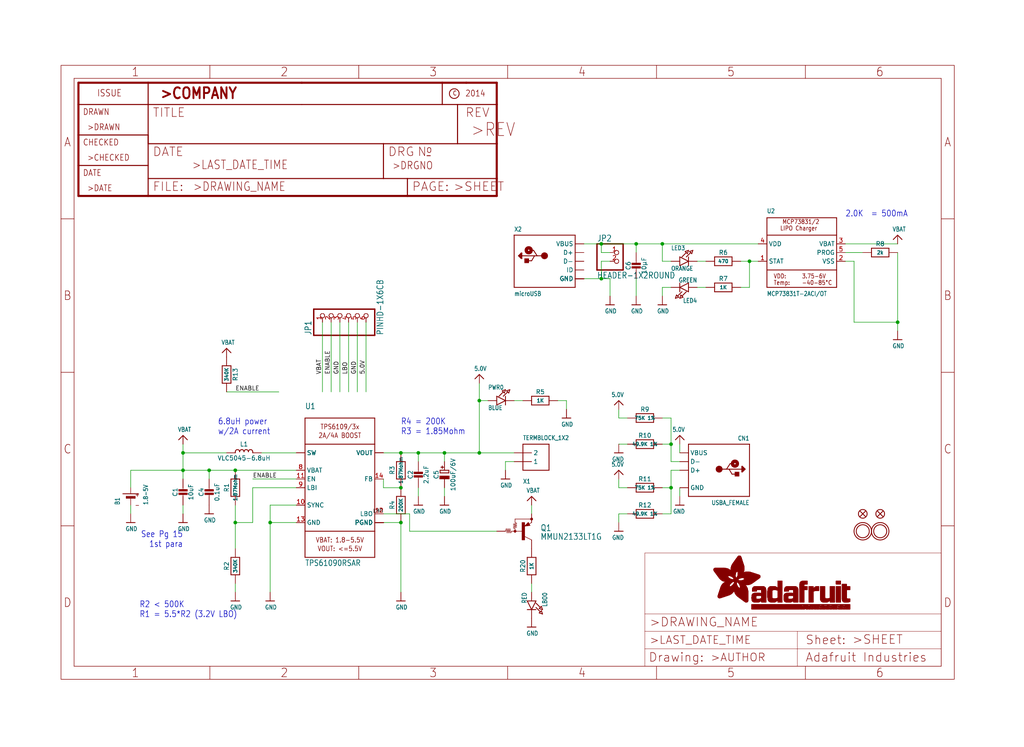
<source format=kicad_sch>
(kicad_sch (version 20211123) (generator eeschema)
  (paper "User" 298.45 217.881)
  (lib_symbols
    (symbol "eagleSchem-eagle-import:-PNP_DRIVER-SC59-BEC"
      (property "Reference" "T" (at -10.16 7.62 0))
      (property "Value" "-PNP_DRIVER-SC59-BEC" (at -10.16 5.08 0))
      (symbol "-PNP_DRIVER-SC59-BEC_1_0"
        (pin passive line (at -7.62 0 0) (length 2.54) (name "B") (number "B"))
        (pin passive line (at 2.54 -5.08 90) (length 2.54) (name "C") (number "C"))
        (pin passive line (at 2.54 5.08 270) (length 2.54) (name "E") (number "E"))
      )
    )
    (symbol "eagleSchem-eagle-import:5.0V" (power)
      (property "Value" "5.0V" (at -1.524 1.016 0))
      (symbol "5.0V_1_0"
        (pin power_in line (at 0 -2.54 90) (length 2.54) (name "5.0V") (number "1"))
      )
    )
    (symbol "eagleSchem-eagle-import:BATTERY"
      (property "Reference" "B" (at -2.54 3.175 0))
      (property "Value" "BATTERY" (at -2.54 -5.08 0))
      (symbol "BATTERY_1_0"
        (text "+" (at 1.27 -1.143 900) (effects (font (size 1.27 1.0795)) (justify right top)))
        (text "-" (at -1.778 -1.143 900) (effects (font (size 1.27 1.0795)) (justify right top)))
        (pin passive line (at -2.54 0 0) (length 0) (name "-") (number "1"))
        (pin passive line (at 2.54 0 180) (length 0) (name "+") (number "2"))
      )
    )
    (symbol "eagleSchem-eagle-import:CAP_CERAMIC0805-NOOUTLINE"
      (property "Reference" "C" (at -2.29 1.25 90))
      (property "Value" "CAP_CERAMIC0805-NOOUTLINE" (at 2.3 1.25 90))
      (symbol "CAP_CERAMIC0805-NOOUTLINE_1_0"
        (pin passive line (at 0 5.08 270) (length 2.54) (name "1") (number "1"))
        (pin passive line (at 0 -2.54 90) (length 2.54) (name "2") (number "2"))
      )
    )
    (symbol "eagleSchem-eagle-import:CAP_TANTALUMB{slash}3528_REFLOW"
      (property "Reference" "C" (at -2.39 1.25 90))
      (property "Value" "CAP_TANTALUMB{slash}3528_REFLOW" (at 2.5 1.25 90))
      (symbol "CAP_TANTALUMB{slash}3528_REFLOW_1_0"
        (pin passive line (at 0 5.08 270) (length 2.54) (name "+") (number "+"))
        (pin passive line (at 0 -2.54 90) (length 2.54) (name "-") (number "-"))
      )
    )
    (symbol "eagleSchem-eagle-import:FIDUCIAL{dblquote}{dblquote}")
    (symbol "eagleSchem-eagle-import:FRAME_A4"
      (symbol "FRAME_A4_1_0"
        (text "1" (at 21.6958 1.905 0) (effects (font (size 2.54 2.286))))
        (text "1" (at 21.6958 177.165 0) (effects (font (size 2.54 2.286))))
        (text "2" (at 65.0875 1.905 0) (effects (font (size 2.54 2.286))))
        (text "2" (at 65.0875 177.165 0) (effects (font (size 2.54 2.286))))
        (text "3" (at 108.4792 1.905 0) (effects (font (size 2.54 2.286))))
        (text "3" (at 108.4792 177.165 0) (effects (font (size 2.54 2.286))))
        (text "4" (at 151.8708 1.905 0) (effects (font (size 2.54 2.286))))
        (text "4" (at 151.8708 177.165 0) (effects (font (size 2.54 2.286))))
        (text "5" (at 195.2625 1.905 0) (effects (font (size 2.54 2.286))))
        (text "5" (at 195.2625 177.165 0) (effects (font (size 2.54 2.286))))
        (text "6" (at 238.6542 1.905 0) (effects (font (size 2.54 2.286))))
        (text "6" (at 238.6542 177.165 0) (effects (font (size 2.54 2.286))))
        (text "A" (at 1.905 156.6863 0) (effects (font (size 2.54 2.286))))
        (text "A" (at 258.445 156.6863 0) (effects (font (size 2.54 2.286))))
        (text "B" (at 1.905 111.9188 0) (effects (font (size 2.54 2.286))))
        (text "B" (at 258.445 111.9188 0) (effects (font (size 2.54 2.286))))
        (text "C" (at 1.905 67.1513 0) (effects (font (size 2.54 2.286))))
        (text "C" (at 258.445 67.1513 0) (effects (font (size 2.54 2.286))))
        (text "D" (at 1.905 22.3838 0) (effects (font (size 2.54 2.286))))
        (text "D" (at 258.445 22.3838 0) (effects (font (size 2.54 2.286))))
      )
      (symbol "FRAME_A4_2_0"
        (text "2014" (at 112.7125 30.1625 0) (effects (font (size 1.778 1.5113)) (justify left bottom)))
        (text ">CHECKED" (at 2.54 11.43 0) (effects (font (size 1.778 1.5113)) (justify left bottom)))
        (text ">COMPANY" (at 23.6538 29.3687 0) (effects (font (size 3.175 2.6987) (thickness 0.5397) bold) (justify left bottom)))
        (text ">DATE" (at 2.54 2.54 0) (effects (font (size 1.778 1.5113)) (justify left bottom)))
        (text ">DRAWING_NAME" (at 33.3375 2.54 0) (effects (font (size 2.54 2.159)) (justify left bottom)))
        (text ">DRAWN" (at 2.54 20.32 0) (effects (font (size 1.778 1.5113)) (justify left bottom)))
        (text ">DRGNO" (at 91.44 8.89 0) (effects (font (size 2.1844 1.8567)) (justify left bottom)))
        (text ">LAST_DATE_TIME" (at 33.02 8.89 0) (effects (font (size 2.54 2.159)) (justify left bottom)))
        (text ">REV" (at 114.3 18.415 0) (effects (font (size 3.81 3.2385)) (justify left bottom)))
        (text ">SHEET" (at 109.22 2.54 0) (effects (font (size 2.54 2.54)) (justify left bottom)))
        (text "C" (at 109.0612 30.48 0) (effects (font (size 1.27 1.0795)) (justify left bottom)))
        (text "CHECKED" (at 1.27 15.875 0) (effects (font (size 1.778 1.5113)) (justify left bottom)))
        (text "DATE" (at 1.27 6.985 0) (effects (font (size 1.778 1.5113)) (justify left bottom)))
        (text "DATE" (at 21.59 12.7 0) (effects (font (size 2.54 2.54)) (justify left bottom)))
        (text "DRAWN" (at 1.27 24.765 0) (effects (font (size 1.778 1.5113)) (justify left bottom)))
        (text "DRG" (at 90.17 12.7 0) (effects (font (size 2.54 2.54)) (justify left bottom)))
        (text "FILE:" (at 21.59 2.54 0) (effects (font (size 2.54 2.54)) (justify left bottom)))
        (text "ISSUE" (at 5.3975 30.1625 0) (effects (font (size 1.9304 1.6408)) (justify left bottom)))
        (text "N" (at 98.7425 12.7 0) (effects (font (size 2.54 2.54)) (justify left bottom)))
        (text "o" (at 101.2825 13.6525 0) (effects (font (size 2.1844 1.8567)) (justify left bottom)))
        (text "PAGE:" (at 97.155 2.54 0) (effects (font (size 2.54 2.54)) (justify left bottom)))
        (text "REV" (at 112.7125 24.13 0) (effects (font (size 2.54 2.54)) (justify left bottom)))
        (text "TITLE" (at 21.59 24.13 0) (effects (font (size 2.54 2.54)) (justify left bottom)))
      )
    )
    (symbol "eagleSchem-eagle-import:FRAME_A4_ADAFRUIT"
      (symbol "FRAME_A4_ADAFRUIT_1_0"
        (text "1" (at 21.6958 1.905 0) (effects (font (size 2.54 2.286))))
        (text "1" (at 21.6958 177.165 0) (effects (font (size 2.54 2.286))))
        (text "2" (at 65.0875 1.905 0) (effects (font (size 2.54 2.286))))
        (text "2" (at 65.0875 177.165 0) (effects (font (size 2.54 2.286))))
        (text "3" (at 108.4792 1.905 0) (effects (font (size 2.54 2.286))))
        (text "3" (at 108.4792 177.165 0) (effects (font (size 2.54 2.286))))
        (text "4" (at 151.8708 1.905 0) (effects (font (size 2.54 2.286))))
        (text "4" (at 151.8708 177.165 0) (effects (font (size 2.54 2.286))))
        (text "5" (at 195.2625 1.905 0) (effects (font (size 2.54 2.286))))
        (text "5" (at 195.2625 177.165 0) (effects (font (size 2.54 2.286))))
        (text "6" (at 238.6542 1.905 0) (effects (font (size 2.54 2.286))))
        (text "6" (at 238.6542 177.165 0) (effects (font (size 2.54 2.286))))
        (text ">AUTHOR" (at 189.23 5.08 0) (effects (font (size 2.286 2.286)) (justify left bottom)))
        (text ">DRAWING_NAME" (at 171.45 15.24 0) (effects (font (size 2.54 2.54)) (justify left bottom)))
        (text ">LAST_DATE_TIME" (at 171.45 10.16 0) (effects (font (size 2.286 2.286)) (justify left bottom)))
        (text ">SHEET" (at 230.505 10.16 0) (effects (font (size 2.54 2.54)) (justify left bottom)))
        (text "A" (at 1.905 156.6863 0) (effects (font (size 2.54 2.286))))
        (text "A" (at 258.445 156.6863 0) (effects (font (size 2.54 2.286))))
        (text "Adafruit Industries" (at 216.916 4.953 0) (effects (font (size 2.54 2.54)) (justify left bottom)))
        (text "B" (at 1.905 111.9188 0) (effects (font (size 2.54 2.286))))
        (text "B" (at 258.445 111.9188 0) (effects (font (size 2.54 2.286))))
        (text "C" (at 1.905 67.1513 0) (effects (font (size 2.54 2.286))))
        (text "C" (at 258.445 67.1513 0) (effects (font (size 2.54 2.286))))
        (text "D" (at 1.905 22.3838 0) (effects (font (size 2.54 2.286))))
        (text "D" (at 258.445 22.3838 0) (effects (font (size 2.54 2.286))))
        (text "Drawing:" (at 171.196 4.953 0) (effects (font (size 2.54 2.54)) (justify left bottom)))
        (text "Sheet:" (at 216.916 10.033 0) (effects (font (size 2.54 2.54)) (justify left bottom)))
      )
    )
    (symbol "eagleSchem-eagle-import:GND" (power)
      (property "Value" "GND" (at -1.524 -2.54 0))
      (symbol "GND_1_0"
        (pin power_in line (at 0 2.54 270) (length 2.54) (name "GND") (number "1"))
      )
    )
    (symbol "eagleSchem-eagle-import:HEADER-1X2ROUND"
      (property "Reference" "JP" (at -6.35 5.715 0))
      (property "Value" "HEADER-1X2ROUND" (at -6.35 -5.08 0))
      (symbol "HEADER-1X2ROUND_1_0"
        (pin passive inverted (at -2.54 2.54 0) (length 2.54) (name "1") (number "1"))
        (pin passive inverted (at -2.54 0 0) (length 2.54) (name "2") (number "2"))
      )
    )
    (symbol "eagleSchem-eagle-import:INDUCTORTDK_VLC5045"
      (property "Reference" "L" (at 0 2.54 0))
      (property "Value" "INDUCTORTDK_VLC5045" (at 0 -1.54 0))
      (symbol "INDUCTORTDK_VLC5045_1_0"
        (pin passive line (at -5.08 0 0) (length 2.54) (name "1") (number "P$1"))
        (pin passive line (at 5.08 0 180) (length 2.54) (name "2") (number "P$2"))
      )
    )
    (symbol "eagleSchem-eagle-import:LED0805_NOOUTLINE"
      (property "Reference" "LED" (at -5.08 3.175 0))
      (property "Value" "LED0805_NOOUTLINE" (at -5.08 -2.794 0))
      (symbol "LED0805_NOOUTLINE_1_0"
        (pin passive line (at -5.08 0 0) (length 2.54) (name "A") (number "A"))
        (pin passive line (at 2.54 0 180) (length 2.54) (name "C") (number "C"))
      )
    )
    (symbol "eagleSchem-eagle-import:MCP73831{slash}2"
      (property "Reference" "U" (at -10.16 11.43 0))
      (property "Value" "MCP73831{slash}2" (at -10.16 -12.7 0))
      (symbol "MCP73831{slash}2_1_0"
        (text "-40-85°C" (at 0 -9.525 0) (effects (font (size 1.27 1.0795)) (justify left bottom)))
        (text "3.75-6V" (at 0 -7.62 0) (effects (font (size 1.27 1.0795)) (justify left bottom)))
        (text "LIPO Charger" (at -6.35 6.35 0) (effects (font (size 1.27 1.0795)) (justify left bottom)))
        (text "MCP73831/2" (at -5.715 8.255 0) (effects (font (size 1.27 1.0795)) (justify left bottom)))
        (text "Temp:" (at -8.255 -9.525 0) (effects (font (size 1.27 1.0795)) (justify left bottom)))
        (text "VDD:" (at -8.255 -7.62 0) (effects (font (size 1.27 1.0795)) (justify left bottom)))
        (pin output line (at -12.7 -2.54 0) (length 2.54) (name "STAT") (number "1"))
        (pin power_in line (at 12.7 -2.54 180) (length 2.54) (name "VSS") (number "2"))
        (pin power_in line (at 12.7 2.54 180) (length 2.54) (name "VBAT") (number "3"))
        (pin power_in line (at -12.7 2.54 0) (length 2.54) (name "VDD") (number "4"))
        (pin input line (at 12.7 0 180) (length 2.54) (name "PROG") (number "5"))
      )
    )
    (symbol "eagleSchem-eagle-import:MOUNTINGHOLE2.5")
    (symbol "eagleSchem-eagle-import:PINHD-1X6CB"
      (property "Reference" "JP" (at -6.35 10.795 0))
      (property "Value" "PINHD-1X6CB" (at -6.35 -10.16 0))
      (symbol "PINHD-1X6CB_1_0"
        (pin passive inverted (at -2.54 7.62 0) (length 2.54) (name "1") (number "1"))
        (pin passive inverted (at -2.54 5.08 0) (length 2.54) (name "2") (number "2"))
        (pin passive inverted (at -2.54 2.54 0) (length 2.54) (name "3") (number "3"))
        (pin passive inverted (at -2.54 0 0) (length 2.54) (name "4") (number "4"))
        (pin passive inverted (at -2.54 -2.54 0) (length 2.54) (name "5") (number "5"))
        (pin passive inverted (at -2.54 -5.08 0) (length 2.54) (name "6") (number "6"))
      )
    )
    (symbol "eagleSchem-eagle-import:RESISTOR0805_NOOUTLINE"
      (property "Reference" "R" (at 0 2.54 0))
      (property "Value" "RESISTOR0805_NOOUTLINE" (at 0 0 0))
      (symbol "RESISTOR0805_NOOUTLINE_1_0"
        (pin passive line (at -5.08 0 0) (length 2.54) (name "1") (number "1"))
        (pin passive line (at 5.08 0 180) (length 2.54) (name "2") (number "2"))
      )
    )
    (symbol "eagleSchem-eagle-import:TERMBLOCK_1X2"
      (property "Reference" "X" (at -2.54 7.62 0))
      (property "Value" "TERMBLOCK_1X2" (at -2.54 -5.08 0))
      (symbol "TERMBLOCK_1X2_1_0"
        (pin passive line (at -5.08 2.54 0) (length 5.08) (name "1") (number "1"))
        (pin passive line (at -5.08 0 0) (length 5.08) (name "2") (number "2"))
      )
    )
    (symbol "eagleSchem-eagle-import:USBMICRO_20329"
      (property "Reference" "X" (at -10.16 8.636 0))
      (property "Value" "USBMICRO_20329" (at -10.16 -10.16 0))
      (symbol "USBMICRO_20329_1_0"
        (pin power_in line (at 10.16 -5.08 180) (length 2.54) (name "GND") (number "BASE@1"))
        (pin power_in line (at 10.16 -5.08 180) (length 2.54) (name "GND") (number "BASE@2"))
        (pin bidirectional line (at 10.16 2.54 180) (length 2.54) (name "D+") (number "D+"))
        (pin bidirectional line (at 10.16 0 180) (length 2.54) (name "D-") (number "D-"))
        (pin power_in line (at 10.16 -5.08 180) (length 2.54) (name "GND") (number "GND"))
        (pin bidirectional line (at 10.16 -2.54 180) (length 2.54) (name "ID") (number "ID"))
        (pin power_in line (at 10.16 -5.08 180) (length 2.54) (name "GND") (number "SPRT@1"))
        (pin power_in line (at 10.16 -5.08 180) (length 2.54) (name "GND") (number "SPRT@2"))
        (pin power_in line (at 10.16 -5.08 180) (length 2.54) (name "GND") (number "SPRT@3"))
        (pin power_in line (at 10.16 -5.08 180) (length 2.54) (name "GND") (number "SPRT@4"))
        (pin power_in line (at 10.16 5.08 180) (length 2.54) (name "VBUS") (number "VBUS"))
      )
    )
    (symbol "eagleSchem-eagle-import:USB_TYPEAPTHFML"
      (property "Reference" "X" (at -10.16 8.636 0))
      (property "Value" "USB_TYPEAPTHFML" (at -10.16 -10.16 0))
      (symbol "USB_TYPEAPTHFML_1_0"
        (pin bidirectional line (at 10.16 0 180) (length 2.54) (name "D+") (number "D+"))
        (pin bidirectional line (at 10.16 2.54 180) (length 2.54) (name "D-") (number "D-"))
        (pin power_in line (at 10.16 -5.08 180) (length 2.54) (name "GND") (number "GND"))
        (pin power_in line (at 10.16 5.08 180) (length 2.54) (name "VBUS") (number "VBUS"))
      )
    )
    (symbol "eagleSchem-eagle-import:VBAT" (power)
      (property "Value" "VBAT" (at -1.524 1.016 0))
      (symbol "VBAT_1_0"
        (pin power_in line (at 0 -2.54 90) (length 2.54) (name "VBAT") (number "1"))
      )
    )
    (symbol "eagleSchem-eagle-import:VREG_TPS6103X"
      (property "Reference" "U" (at -10.16 22.86 0))
      (property "Value" "VREG_TPS6103X" (at -10.16 -22.86 0))
      (symbol "VREG_TPS6103X_1_0"
        (text "2A/4A BOOST" (at 0 15.24 0) (effects (font (size 1.4224 1.209))))
        (text "TPS6109/3x" (at 0 17.78 0) (effects (font (size 1.4224 1.209))))
        (text "VBAT: 1.8-5.5V" (at 0 -15.24 0) (effects (font (size 1.4224 1.209))))
        (text "VOUT: <=5.5V" (at 0 -17.78 0) (effects (font (size 1.4224 1.209))))
        (pin power_in line (at 12.7 10.16 180) (length 2.54) (name "VOUT") (number "1"))
        (pin input line (at -12.7 -5.08 0) (length 2.54) (name "SYNC") (number "10"))
        (pin input line (at -12.7 2.54 0) (length 2.54) (name "EN") (number "11"))
        (pin output line (at 12.7 -7.62 180) (length 2.54) (name "LBO") (number "12"))
        (pin power_in line (at -12.7 -10.16 0) (length 2.54) (name "GND") (number "13"))
        (pin input line (at 12.7 2.54 180) (length 2.54) (name "FB") (number "14"))
        (pin power_in line (at 12.7 10.16 180) (length 2.54) (name "VOUT") (number "15"))
        (pin power_in line (at 12.7 10.16 180) (length 2.54) (name "VOUT") (number "16"))
        (pin input line (at -12.7 10.16 0) (length 2.54) (name "SW") (number "3"))
        (pin input line (at -12.7 10.16 0) (length 2.54) (name "SW") (number "4"))
        (pin power_in line (at 12.7 -10.16 180) (length 2.54) (name "PGND") (number "5"))
        (pin power_in line (at 12.7 -10.16 180) (length 2.54) (name "PGND") (number "6"))
        (pin power_in line (at 12.7 -10.16 180) (length 2.54) (name "PGND") (number "7"))
        (pin input line (at -12.7 5.08 0) (length 2.54) (name "VBAT") (number "8"))
        (pin input line (at -12.7 0 0) (length 2.54) (name "LBI") (number "9"))
        (pin power_in line (at 12.7 -10.16 180) (length 2.54) (name "PGND") (number "P$18"))
        (pin power_in line (at 12.7 -10.16 180) (length 2.54) (name "PGND") (number "P$19"))
        (pin power_in line (at 12.7 -10.16 180) (length 2.54) (name "PGND") (number "P$20"))
        (pin power_in line (at 12.7 -10.16 180) (length 2.54) (name "PGND") (number "P$21"))
        (pin power_in line (at 12.7 -10.16 180) (length 2.54) (name "PGND") (number "P$22"))
        (pin power_in line (at 12.7 -10.16 180) (length 2.54) (name "PGND") (number "THERMAL"))
      )
    )
  )
  (junction (at 261.62 93.98))
  (junction (at 195.58 129.54))
  (junction (at 218.44 76.2))
  (junction (at 121.92 132.08))
  (junction (at 78.74 152.4))
  (junction (at 116.84 152.4))
  (junction (at 185.42 71.12))
  (junction (at 60.96 137.16))
  (junction (at 68.58 152.4))
  (junction (at 195.58 142.24))
  (junction (at 193.04 71.12))
  (junction (at 175.26 81.28))
  (junction (at 175.26 71.12))
  (junction (at 129.54 132.08))
  (junction (at 139.7 116.84))
  (junction (at 139.7 132.08))
  (junction (at 53.34 137.16))
  (junction (at 116.84 132.08))
  (junction (at 116.84 142.24))
  (junction (at 53.34 132.08))
  (junction (at 68.58 137.16))
  (wire (pts (xy 101.6 93.98) (xy 101.6 114.3)))
  (wire (pts (xy 73.66 152.4) (xy 73.66 142.24)))
  (wire (pts (xy 215.9 76.2) (xy 218.44 76.2)))
  (wire (pts (xy 53.34 137.16) (xy 53.34 139.7)))
  (wire (pts (xy 198.12 137.16) (xy 195.58 137.16)))
  (wire (pts (xy 185.42 73.66) (xy 185.42 71.12)))
  (wire (pts (xy 154.94 172.72) (xy 154.94 170.18)))
  (wire (pts (xy 215.9 83.82) (xy 218.44 83.82)))
  (wire (pts (xy 139.7 116.84) (xy 139.7 111.76)))
  (wire (pts (xy 193.04 83.82) (xy 193.04 86.36)))
  (wire (pts (xy 81.28 114.3) (xy 66.04 114.3)))
  (wire (pts (xy 198.12 142.24) (xy 198.12 144.78)))
  (wire (pts (xy 111.76 139.7) (xy 111.76 142.24)))
  (wire (pts (xy 99.06 114.3) (xy 99.06 93.98)))
  (wire (pts (xy 119.38 154.94) (xy 144.78 154.94)))
  (wire (pts (xy 177.8 81.28) (xy 177.8 86.36)))
  (wire (pts (xy 193.04 76.2) (xy 193.04 71.12)))
  (wire (pts (xy 182.88 121.92) (xy 180.34 121.92)))
  (wire (pts (xy 195.58 134.62) (xy 195.58 129.54)))
  (wire (pts (xy 175.26 73.66) (xy 175.26 71.12)))
  (wire (pts (xy 195.58 83.82) (xy 193.04 83.82)))
  (wire (pts (xy 193.04 71.12) (xy 220.98 71.12)))
  (wire (pts (xy 66.04 132.08) (xy 53.34 132.08)))
  (wire (pts (xy 116.84 132.08) (xy 121.92 132.08)))
  (wire (pts (xy 68.58 152.4) (xy 68.58 160.02)))
  (wire (pts (xy 205.74 83.82) (xy 203.2 83.82)))
  (wire (pts (xy 177.8 73.66) (xy 175.26 73.66)))
  (wire (pts (xy 177.8 76.2) (xy 175.26 76.2)))
  (wire (pts (xy 111.76 132.08) (xy 116.84 132.08)))
  (wire (pts (xy 246.38 76.2) (xy 248.92 76.2)))
  (wire (pts (xy 175.26 76.2) (xy 175.26 81.28)))
  (wire (pts (xy 68.58 172.72) (xy 68.58 170.18)))
  (wire (pts (xy 38.1 137.16) (xy 38.1 142.24)))
  (wire (pts (xy 203.2 76.2) (xy 205.74 76.2)))
  (wire (pts (xy 147.32 134.62) (xy 147.32 137.16)))
  (wire (pts (xy 195.58 129.54) (xy 193.04 129.54)))
  (wire (pts (xy 86.36 147.32) (xy 78.74 147.32)))
  (wire (pts (xy 68.58 137.16) (xy 60.96 137.16)))
  (wire (pts (xy 106.68 93.98) (xy 106.68 114.3)))
  (wire (pts (xy 60.96 137.16) (xy 53.34 137.16)))
  (wire (pts (xy 68.58 152.4) (xy 68.58 147.32)))
  (wire (pts (xy 218.44 76.2) (xy 220.98 76.2)))
  (wire (pts (xy 104.14 93.98) (xy 104.14 114.3)))
  (wire (pts (xy 149.86 116.84) (xy 152.4 116.84)))
  (wire (pts (xy 165.1 116.84) (xy 165.1 119.38)))
  (wire (pts (xy 185.42 71.12) (xy 193.04 71.12)))
  (wire (pts (xy 195.58 121.92) (xy 193.04 121.92)))
  (wire (pts (xy 246.38 73.66) (xy 251.46 73.66)))
  (wire (pts (xy 149.86 132.08) (xy 139.7 132.08)))
  (wire (pts (xy 180.34 121.92) (xy 180.34 119.38)))
  (wire (pts (xy 38.1 147.32) (xy 38.1 149.86)))
  (wire (pts (xy 111.76 152.4) (xy 116.84 152.4)))
  (wire (pts (xy 170.18 71.12) (xy 175.26 71.12)))
  (wire (pts (xy 195.58 129.54) (xy 195.58 121.92)))
  (wire (pts (xy 73.66 152.4) (xy 68.58 152.4)))
  (wire (pts (xy 142.24 116.84) (xy 139.7 116.84)))
  (wire (pts (xy 86.36 139.7) (xy 73.66 139.7)))
  (wire (pts (xy 180.34 142.24) (xy 180.34 139.7)))
  (wire (pts (xy 116.84 152.4) (xy 116.84 172.72)))
  (wire (pts (xy 198.12 134.62) (xy 195.58 134.62)))
  (wire (pts (xy 86.36 132.08) (xy 76.2 132.08)))
  (wire (pts (xy 154.94 149.86) (xy 154.94 147.32)))
  (wire (pts (xy 162.56 116.84) (xy 165.1 116.84)))
  (wire (pts (xy 129.54 132.08) (xy 129.54 134.62)))
  (wire (pts (xy 93.98 93.98) (xy 93.98 114.3)))
  (wire (pts (xy 53.34 132.08) (xy 53.34 137.16)))
  (wire (pts (xy 180.34 149.86) (xy 180.34 152.4)))
  (wire (pts (xy 185.42 81.28) (xy 185.42 86.36)))
  (wire (pts (xy 111.76 149.86) (xy 119.38 149.86)))
  (wire (pts (xy 86.36 137.16) (xy 68.58 137.16)))
  (wire (pts (xy 38.1 137.16) (xy 53.34 137.16)))
  (wire (pts (xy 96.52 93.98) (xy 96.52 114.3)))
  (wire (pts (xy 261.62 93.98) (xy 261.62 96.52)))
  (wire (pts (xy 218.44 83.82) (xy 218.44 76.2)))
  (wire (pts (xy 261.62 71.12) (xy 246.38 71.12)))
  (wire (pts (xy 53.34 132.08) (xy 53.34 129.54)))
  (wire (pts (xy 129.54 132.08) (xy 139.7 132.08)))
  (wire (pts (xy 248.92 76.2) (xy 248.92 93.98)))
  (wire (pts (xy 129.54 142.24) (xy 129.54 144.78)))
  (wire (pts (xy 121.92 132.08) (xy 129.54 132.08)))
  (wire (pts (xy 195.58 137.16) (xy 195.58 142.24)))
  (wire (pts (xy 121.92 134.62) (xy 121.92 132.08)))
  (wire (pts (xy 182.88 149.86) (xy 180.34 149.86)))
  (wire (pts (xy 119.38 149.86) (xy 119.38 154.94)))
  (wire (pts (xy 248.92 93.98) (xy 261.62 93.98)))
  (wire (pts (xy 182.88 129.54) (xy 180.34 129.54)))
  (wire (pts (xy 195.58 142.24) (xy 195.58 149.86)))
  (wire (pts (xy 195.58 76.2) (xy 193.04 76.2)))
  (wire (pts (xy 78.74 152.4) (xy 78.74 172.72)))
  (wire (pts (xy 86.36 142.24) (xy 73.66 142.24)))
  (wire (pts (xy 147.32 134.62) (xy 149.86 134.62)))
  (wire (pts (xy 182.88 142.24) (xy 180.34 142.24)))
  (wire (pts (xy 170.18 81.28) (xy 175.26 81.28)))
  (wire (pts (xy 139.7 132.08) (xy 139.7 116.84)))
  (wire (pts (xy 86.36 152.4) (xy 78.74 152.4)))
  (wire (pts (xy 53.34 147.32) (xy 53.34 149.86)))
  (wire (pts (xy 175.26 71.12) (xy 185.42 71.12)))
  (wire (pts (xy 198.12 132.08) (xy 198.12 129.54)))
  (wire (pts (xy 121.92 142.24) (xy 121.92 144.78)))
  (wire (pts (xy 60.96 139.7) (xy 60.96 137.16)))
  (wire (pts (xy 111.76 142.24) (xy 116.84 142.24)))
  (wire (pts (xy 195.58 142.24) (xy 193.04 142.24)))
  (wire (pts (xy 175.26 81.28) (xy 177.8 81.28)))
  (wire (pts (xy 261.62 73.66) (xy 261.62 93.98)))
  (wire (pts (xy 195.58 149.86) (xy 193.04 149.86)))
  (wire (pts (xy 78.74 147.32) (xy 78.74 152.4)))
  (text "See Pg 15\n1st para" (at 53.34 154.94 180) (effects (font (size 1.778 1.5113)) (justify right top)))
  (text "R4 = 200K\nR3 = 1.85Mohm" (at 116.84 127 180) (effects (font (size 1.778 1.5113)) (justify left bottom)))
  (text "6.8uH power\nw/2A current" (at 63.5 127 180) (effects (font (size 1.778 1.5113)) (justify left bottom)))
  (text "2.0K  = 500mA" (at 246.38 63.5 180) (effects (font (size 1.778 1.5113)) (justify left bottom)))
  (text "R2 < 500K\nR1 = 5.5*R2 (3.2V LBO)" (at 40.64 180.34 180) (effects (font (size 1.778 1.5113)) (justify left bottom)))
  (label "5.0V" (at 106.68 109.22 90) (effects (font (size 1.2446 1.2446))))
  (label "ENABLE" (at 73.66 139.7 0) (effects (font (size 1.2446 1.2446))))
  (label "VBAT" (at 93.98 109.22 90) (effects (font (size 1.2446 1.2446))))
  (label "LBO" (at 101.6 109.22 90) (effects (font (size 1.2446 1.2446))))
  (label "LBO" (at 111.76 149.86 180) (effects (font (size 1.016 1.016))))
  (label "GND" (at 99.06 109.22 90) (effects (font (size 1.2446 1.2446))))
  (label "ENABLE" (at 96.52 109.22 90) (effects (font (size 1.2446 1.2446))))
  (label "ENABLE" (at 68.58 114.3 0) (effects (font (size 1.2446 1.2446))))
  (label "GND" (at 104.14 109.22 90) (effects (font (size 1.2446 1.2446))))
  (symbol (lib_id "eagleSchem-eagle-import:MOUNTINGHOLE2.5") (at 251.46 154.94 0) (unit 1)
    (property "Reference" "U$12" (effects hide))
    (property "Value" "MOUNTINGHOLE2.5" (effects hide))
    (property "Footprint" "eagleSchem:MOUNTINGHOLE_2.5_PLATED" (effects hide))
  )
  (symbol (lib_id "eagleSchem-eagle-import:GND") (at 177.8 88.9 0) (unit 1)
    (property "Reference" "#U$30" (effects hide))
    (property "Value" "GND" (at 176.276 91.44 0) (effects (font (size 1.27 1.0795)) (justify left bottom)))
    (property "Footprint" "eagleSchem:" (effects hide))
  )
  (symbol (lib_id "eagleSchem-eagle-import:RESISTOR0805_NOOUTLINE") (at 66.04 109.22 270) (unit 1)
    (property "Reference" "R13" (at 68.58 109.22 0))
    (property "Value" "340K" (at 66.04 109.22 0) (effects (font (size 1.016 1.016) bold)))
    (property "Footprint" "eagleSchem:0805-NO" (effects hide))
  )
  (symbol (lib_id "eagleSchem-eagle-import:RESISTOR0805_NOOUTLINE") (at 210.82 76.2 0) (unit 1)
    (property "Reference" "R6" (at 210.82 73.66 0))
    (property "Value" "470" (at 210.82 76.2 0) (effects (font (size 1.016 1.016) bold)))
    (property "Footprint" "eagleSchem:0805-NO" (effects hide))
  )
  (symbol (lib_id "eagleSchem-eagle-import:GND") (at 38.1 152.4 0) (unit 1)
    (property "Reference" "#U$5" (effects hide))
    (property "Value" "GND" (at 36.576 154.94 0) (effects (font (size 1.27 1.0795)) (justify left bottom)))
    (property "Footprint" "eagleSchem:" (effects hide))
  )
  (symbol (lib_id "eagleSchem-eagle-import:TERMBLOCK_1X2") (at 154.94 132.08 0) (mirror x) (unit 1)
    (property "Reference" "X1" (at 152.4 139.7 0) (effects (font (size 1.27 1.0795)) (justify left bottom)))
    (property "Value" "TERMBLOCK_1X2" (at 152.4 127 0) (effects (font (size 1.27 1.0795)) (justify left bottom)))
    (property "Footprint" "eagleSchem:TERMBLOCK_1X2-3.5MM" (effects hide))
  )
  (symbol (lib_id "eagleSchem-eagle-import:CAP_TANTALUMB{slash}3528_REFLOW") (at 129.54 139.7 0) (unit 1)
    (property "Reference" "C5" (at 127.15 138.45 90))
    (property "Value" "100uF/6V" (at 132.04 138.45 90))
    (property "Footprint" "eagleSchem:EIA3528-21_B-R" (effects hide))
  )
  (symbol (lib_id "eagleSchem-eagle-import:GND") (at 116.84 175.26 0) (unit 1)
    (property "Reference" "#U$3" (effects hide))
    (property "Value" "GND" (at 115.316 177.8 0) (effects (font (size 1.27 1.0795)) (justify left bottom)))
    (property "Footprint" "eagleSchem:" (effects hide))
  )
  (symbol (lib_id "eagleSchem-eagle-import:CAP_CERAMIC0805-NOOUTLINE") (at 53.34 144.78 0) (unit 1)
    (property "Reference" "C1" (at 51.05 143.53 90))
    (property "Value" "10uF" (at 55.64 143.53 90))
    (property "Footprint" "eagleSchem:0805-NO" (effects hide))
  )
  (symbol (lib_id "eagleSchem-eagle-import:USBMICRO_20329") (at 160.02 76.2 0) (unit 1)
    (property "Reference" "X2" (at 149.86 67.564 0) (effects (font (size 1.27 1.0795)) (justify left bottom)))
    (property "Value" "microUSB" (at 149.86 86.36 0) (effects (font (size 1.27 1.0795)) (justify left bottom)))
    (property "Footprint" "eagleSchem:4UCONN_20329" (effects hide))
  )
  (symbol (lib_id "eagleSchem-eagle-import:GND") (at 121.92 147.32 0) (unit 1)
    (property "Reference" "#U$6" (effects hide))
    (property "Value" "GND" (at 120.396 149.86 0) (effects (font (size 1.27 1.0795)) (justify left bottom)))
    (property "Footprint" "eagleSchem:" (effects hide))
  )
  (symbol (lib_id "eagleSchem-eagle-import:RESISTOR0805_NOOUTLINE") (at 154.94 165.1 90) (unit 1)
    (property "Reference" "R20" (at 152.4 165.1 0))
    (property "Value" "1K" (at 154.94 165.1 0) (effects (font (size 1.016 1.016) bold)))
    (property "Footprint" "eagleSchem:0805-NO" (effects hide))
  )
  (symbol (lib_id "eagleSchem-eagle-import:RESISTOR0805_NOOUTLINE") (at 187.96 142.24 0) (mirror y) (unit 1)
    (property "Reference" "R11" (at 187.96 139.7 0))
    (property "Value" "75K 1%" (at 187.96 142.24 0) (effects (font (size 1.016 1.016) bold)))
    (property "Footprint" "eagleSchem:0805-NO" (effects hide))
  )
  (symbol (lib_id "eagleSchem-eagle-import:LED0805_NOOUTLINE") (at 200.66 76.2 0) (unit 1)
    (property "Reference" "LED3" (at 195.58 73.025 0) (effects (font (size 1.27 1.0795)) (justify left bottom)))
    (property "Value" "ORANGE" (at 195.58 78.994 0) (effects (font (size 1.27 1.0795)) (justify left bottom)))
    (property "Footprint" "eagleSchem:CHIPLED_0805_NOOUTLINE" (effects hide))
  )
  (symbol (lib_id "eagleSchem-eagle-import:INDUCTORTDK_VLC5045") (at 71.12 132.08 0) (unit 1)
    (property "Reference" "L1" (at 71.12 129.54 0))
    (property "Value" "VLC5045-6.8uH" (at 71.12 133.62 0))
    (property "Footprint" "eagleSchem:INDUCTOR_5X5MM_TDK_VLC5045" (effects hide))
  )
  (symbol (lib_id "eagleSchem-eagle-import:GND") (at 154.94 182.88 0) (unit 1)
    (property "Reference" "#U$20" (effects hide))
    (property "Value" "GND" (at 153.416 185.42 0) (effects (font (size 1.27 1.0795)) (justify left bottom)))
    (property "Footprint" "eagleSchem:" (effects hide))
  )
  (symbol (lib_id "eagleSchem-eagle-import:CAP_CERAMIC0805-NOOUTLINE") (at 185.42 78.74 0) (unit 1)
    (property "Reference" "C6" (at 183.13 77.49 90))
    (property "Value" "10µF" (at 187.72 77.49 90))
    (property "Footprint" "eagleSchem:0805-NO" (effects hide))
  )
  (symbol (lib_id "eagleSchem-eagle-import:BATTERY") (at 38.1 144.78 90) (unit 1)
    (property "Reference" "B1" (at 34.925 147.32 0) (effects (font (size 1.27 1.0795)) (justify left bottom)))
    (property "Value" "1.8-5V" (at 43.18 147.32 0) (effects (font (size 1.27 1.0795)) (justify left bottom)))
    (property "Footprint" "eagleSchem:JSTPH2" (effects hide))
  )
  (symbol (lib_id "eagleSchem-eagle-import:FIDUCIAL{dblquote}{dblquote}") (at 256.54 149.86 0) (unit 1)
    (property "Reference" "FID2" (effects hide))
    (property "Value" "FIDUCIAL{dblquote}{dblquote}" (effects hide))
    (property "Footprint" "eagleSchem:FIDUCIAL_1MM" (effects hide))
  )
  (symbol (lib_id "eagleSchem-eagle-import:FIDUCIAL{dblquote}{dblquote}") (at 251.46 149.86 0) (unit 1)
    (property "Reference" "FID3" (effects hide))
    (property "Value" "FIDUCIAL{dblquote}{dblquote}" (effects hide))
    (property "Footprint" "eagleSchem:FIDUCIAL_1MM" (effects hide))
    (property "Value" "FIDUCIAL{dblquote}{dblquote}" (effects hide))
  )
  (symbol (lib_id "eagleSchem-eagle-import:RESISTOR0805_NOOUTLINE") (at 256.54 73.66 0) (unit 1)
    (property "Reference" "R8" (at 256.54 71.12 0))
    (property "Value" "2k" (at 256.54 73.66 0) (effects (font (size 1.016 1.016) bold)))
    (property "Footprint" "eagleSchem:0805-NO" (effects hide))
  )
  (symbol (lib_id "eagleSchem-eagle-import:-PNP_DRIVER-SC59-BEC") (at 152.4 154.94 0) (unit 1)
    (property "Reference" "Q1" (at 157.48 154.94 0) (effects (font (size 1.778 1.5113)) (justify left bottom)))
    (property "Value" "MMUN2133LT1G" (at 157.48 157.48 0) (effects (font (size 1.778 1.5113)) (justify left bottom)))
    (property "Footprint" "eagleSchem:SC59-BEC" (effects hide))
  )
  (symbol (lib_id "eagleSchem-eagle-import:5.0V") (at 180.34 137.16 0) (mirror y) (unit 1)
    (property "Reference" "#U$16" (effects hide))
    (property "Value" "5.0V" (at 181.864 136.144 0) (effects (font (size 1.27 1.0795)) (justify left bottom)))
    (property "Footprint" "eagleSchem:" (effects hide))
  )
  (symbol (lib_id "eagleSchem-eagle-import:RESISTOR0805_NOOUTLINE") (at 116.84 137.16 90) (unit 1)
    (property "Reference" "R3" (at 114.3 137.16 0))
    (property "Value" "1.87Mohm" (at 116.84 137.16 0) (effects (font (size 1.016 1.016) bold)))
    (property "Footprint" "eagleSchem:0805-NO" (effects hide))
  )
  (symbol (lib_id "eagleSchem-eagle-import:RESISTOR0805_NOOUTLINE") (at 210.82 83.82 0) (unit 1)
    (property "Reference" "R7" (at 210.82 81.28 0))
    (property "Value" "1K" (at 210.82 83.82 0) (effects (font (size 1.016 1.016) bold)))
    (property "Footprint" "eagleSchem:0805-NO" (effects hide))
  )
  (symbol (lib_id "eagleSchem-eagle-import:5.0V") (at 198.12 127 0) (mirror y) (unit 1)
    (property "Reference" "#U$17" (effects hide))
    (property "Value" "5.0V" (at 199.644 125.984 0) (effects (font (size 1.27 1.0795)) (justify left bottom)))
    (property "Footprint" "eagleSchem:" (effects hide))
  )
  (symbol (lib_id "eagleSchem-eagle-import:FRAME_A4") (at 22.86 58.42 0) (unit 2)
    (property "Reference" "#FRAME1" (effects hide))
    (property "Value" "FRAME_A4" (effects hide))
    (property "Footprint" "eagleSchem:" (effects hide))
  )
  (symbol (lib_id "eagleSchem-eagle-import:RESISTOR0805_NOOUTLINE") (at 68.58 142.24 90) (unit 1)
    (property "Reference" "R1" (at 66.04 142.24 0))
    (property "Value" "1.87Mohm" (at 68.58 142.24 0) (effects (font (size 1.016 1.016) bold)))
    (property "Footprint" "eagleSchem:0805-NO" (effects hide))
  )
  (symbol (lib_id "eagleSchem-eagle-import:VREG_TPS6103X") (at 99.06 142.24 0) (unit 1)
    (property "Reference" "U1" (at 88.9 119.38 0) (effects (font (size 1.6764 1.4249)) (justify left bottom)))
    (property "Value" "TPS61090RSAR" (at 88.9 165.1 0) (effects (font (size 1.6764 1.4249)) (justify left bottom)))
    (property "Footprint" "eagleSchem:PVQFN-16" (effects hide))
  )
  (symbol (lib_id "eagleSchem-eagle-import:GND") (at 129.54 147.32 0) (unit 1)
    (property "Reference" "#U$8" (effects hide))
    (property "Value" "GND" (at 128.016 149.86 0) (effects (font (size 1.27 1.0795)) (justify left bottom)))
    (property "Footprint" "eagleSchem:" (effects hide))
  )
  (symbol (lib_id "eagleSchem-eagle-import:MOUNTINGHOLE2.5") (at 256.54 154.94 0) (unit 1)
    (property "Reference" "U$10" (effects hide))
    (property "Value" "MOUNTINGHOLE2.5" (effects hide))
    (property "Footprint" "eagleSchem:MOUNTINGHOLE_2.5_PLATED" (effects hide))
  )
  (symbol (lib_id "eagleSchem-eagle-import:RESISTOR0805_NOOUTLINE") (at 187.96 121.92 0) (mirror y) (unit 1)
    (property "Reference" "R9" (at 187.96 119.38 0))
    (property "Value" "75K 1%" (at 187.96 121.92 0) (effects (font (size 1.016 1.016) bold)))
    (property "Footprint" "eagleSchem:0805-NO" (effects hide))
  )
  (symbol (lib_id "eagleSchem-eagle-import:HEADER-1X2ROUND") (at 180.34 76.2 0) (unit 1)
    (property "Reference" "JP2" (at 173.99 70.485 0) (effects (font (size 1.778 1.5113)) (justify left bottom)))
    (property "Value" "HEADER-1X2ROUND" (at 173.99 81.28 0) (effects (font (size 1.778 1.5113)) (justify left bottom)))
    (property "Footprint" "eagleSchem:1X02_ROUND" (effects hide))
  )
  (symbol (lib_id "eagleSchem-eagle-import:USB_TYPEAPTHFML") (at 208.28 137.16 0) (mirror y) (unit 1)
    (property "Reference" "CN1" (at 218.44 128.524 0) (effects (font (size 1.27 1.0795)) (justify left bottom)))
    (property "Value" "USBA_FEMALE" (at 218.44 147.32 0) (effects (font (size 1.27 1.0795)) (justify left bottom)))
    (property "Footprint" "eagleSchem:USB_HOST-PTH" (effects hide))
  )
  (symbol (lib_id "eagleSchem-eagle-import:5.0V") (at 180.34 116.84 0) (mirror y) (unit 1)
    (property "Reference" "#U$15" (effects hide))
    (property "Value" "5.0V" (at 181.864 115.824 0) (effects (font (size 1.27 1.0795)) (justify left bottom)))
    (property "Footprint" "eagleSchem:" (effects hide))
  )
  (symbol (lib_id "eagleSchem-eagle-import:PINHD-1X6CB") (at 101.6 91.44 90) (unit 1)
    (property "Reference" "JP1" (at 90.805 97.79 0) (effects (font (size 1.778 1.5113)) (justify left bottom)))
    (property "Value" "PINHD-1X6CB" (at 111.76 97.79 0) (effects (font (size 1.778 1.5113)) (justify left bottom)))
    (property "Footprint" "eagleSchem:1X06-CLEANBIG" (effects hide))
  )
  (symbol (lib_id "eagleSchem-eagle-import:RESISTOR0805_NOOUTLINE") (at 187.96 129.54 0) (mirror y) (unit 1)
    (property "Reference" "R10" (at 187.96 127 0))
    (property "Value" "49.9K 1%" (at 187.96 129.54 0) (effects (font (size 1.016 1.016) bold)))
    (property "Footprint" "eagleSchem:0805-NO" (effects hide))
  )
  (symbol (lib_id "eagleSchem-eagle-import:VBAT") (at 66.04 101.6 0) (unit 1)
    (property "Reference" "#U$27" (effects hide))
    (property "Value" "VBAT" (at 64.516 100.584 0) (effects (font (size 1.27 1.0795)) (justify left bottom)))
    (property "Footprint" "eagleSchem:" (effects hide))
  )
  (symbol (lib_id "eagleSchem-eagle-import:GND") (at 180.34 154.94 0) (mirror y) (unit 1)
    (property "Reference" "#U$21" (effects hide))
    (property "Value" "GND" (at 181.864 157.48 0) (effects (font (size 1.27 1.0795)) (justify left bottom)))
    (property "Footprint" "eagleSchem:" (effects hide))
  )
  (symbol (lib_id "eagleSchem-eagle-import:GND") (at 53.34 152.4 0) (unit 1)
    (property "Reference" "#U$4" (effects hide))
    (property "Value" "GND" (at 51.816 154.94 0) (effects (font (size 1.27 1.0795)) (justify left bottom)))
    (property "Footprint" "eagleSchem:" (effects hide))
  )
  (symbol (lib_id "eagleSchem-eagle-import:MCP73831{slash}2") (at 233.68 73.66 0) (unit 1)
    (property "Reference" "U2" (at 223.52 62.23 0) (effects (font (size 1.27 1.0795)) (justify left bottom)))
    (property "Value" "MCP73831T-2ACI/OT" (at 223.52 86.36 0) (effects (font (size 1.27 1.0795)) (justify left bottom)))
    (property "Footprint" "eagleSchem:SOT23-5" (effects hide))
  )
  (symbol (lib_id "eagleSchem-eagle-import:GND") (at 60.96 149.86 0) (unit 1)
    (property "Reference" "#U$24" (effects hide))
    (property "Value" "GND" (at 59.436 152.4 0) (effects (font (size 1.27 1.0795)) (justify left bottom)))
    (property "Footprint" "eagleSchem:" (effects hide))
  )
  (symbol (lib_id "eagleSchem-eagle-import:RESISTOR0805_NOOUTLINE") (at 157.48 116.84 0) (unit 1)
    (property "Reference" "R5" (at 157.48 114.3 0))
    (property "Value" "1K" (at 157.48 116.84 0) (effects (font (size 1.016 1.016) bold)))
    (property "Footprint" "eagleSchem:0805-NO" (effects hide))
  )
  (symbol (lib_id "eagleSchem-eagle-import:RESISTOR0805_NOOUTLINE") (at 68.58 165.1 90) (unit 1)
    (property "Reference" "R2" (at 66.04 165.1 0))
    (property "Value" "340K" (at 68.58 165.1 0) (effects (font (size 1.016 1.016) bold)))
    (property "Footprint" "eagleSchem:0805-NO" (effects hide))
  )
  (symbol (lib_id "eagleSchem-eagle-import:CAP_CERAMIC0805-NOOUTLINE") (at 60.96 144.78 0) (unit 1)
    (property "Reference" "C4" (at 58.67 143.53 90))
    (property "Value" "0.1uF" (at 63.26 143.53 90))
    (property "Footprint" "eagleSchem:0805-NO" (effects hide))
  )
  (symbol (lib_id "eagleSchem-eagle-import:FRAME_A4_ADAFRUIT") (at 17.78 198.12 0) (unit 1)
    (property "Reference" "#U$23" (effects hide))
    (property "Value" "FRAME_A4_ADAFRUIT" (effects hide))
    (property "Footprint" "eagleSchem:" (effects hide))
  )
  (symbol (lib_id "eagleSchem-eagle-import:VBAT") (at 53.34 127 0) (unit 1)
    (property "Reference" "#U$19" (effects hide))
    (property "Value" "VBAT" (at 51.816 125.984 0) (effects (font (size 1.27 1.0795)) (justify left bottom)))
    (property "Footprint" "eagleSchem:" (effects hide))
  )
  (symbol (lib_id "eagleSchem-eagle-import:GND") (at 68.58 175.26 0) (unit 1)
    (property "Reference" "#U$1" (effects hide))
    (property "Value" "GND" (at 67.056 177.8 0) (effects (font (size 1.27 1.0795)) (justify left bottom)))
    (property "Footprint" "eagleSchem:" (effects hide))
  )
  (symbol (lib_id "eagleSchem-eagle-import:LED0805_NOOUTLINE") (at 198.12 83.82 180) (unit 1)
    (property "Reference" "LED4" (at 203.2 86.995 0) (effects (font (size 1.27 1.0795)) (justify left bottom)))
    (property "Value" "GREEN" (at 203.2 81.026 0) (effects (font (size 1.27 1.0795)) (justify left bottom)))
    (property "Footprint" "eagleSchem:CHIPLED_0805_NOOUTLINE" (effects hide))
  )
  (symbol (lib_id "eagleSchem-eagle-import:LED0805_NOOUTLINE") (at 154.94 177.8 270) (unit 1)
    (property "Reference" "LBO0" (at 158.115 172.72 0) (effects (font (size 1.27 1.0795)) (justify left bottom)))
    (property "Value" "RED" (at 152.146 172.72 0) (effects (font (size 1.27 1.0795)) (justify left bottom)))
    (property "Footprint" "eagleSchem:CHIPLED_0805_NOOUTLINE" (effects hide))
  )
  (symbol (lib_id "eagleSchem-eagle-import:CAP_CERAMIC0805-NOOUTLINE") (at 121.92 139.7 0) (unit 1)
    (property "Reference" "C2" (at 119.63 138.45 90))
    (property "Value" "2.2uF" (at 124.22 138.45 90))
    (property "Footprint" "eagleSchem:0805-NO" (effects hide))
  )
  (symbol (lib_id "eagleSchem-eagle-import:GND") (at 261.62 99.06 0) (unit 1)
    (property "Reference" "#U$32" (effects hide))
    (property "Value" "GND" (at 260.096 101.6 0) (effects (font (size 1.27 1.0795)) (justify left bottom)))
    (property "Footprint" "eagleSchem:" (effects hide))
  )
  (symbol (lib_id "eagleSchem-eagle-import:GND") (at 198.12 147.32 0) (mirror y) (unit 1)
    (property "Reference" "#U$22" (effects hide))
    (property "Value" "GND" (at 199.644 149.86 0) (effects (font (size 1.27 1.0795)) (justify left bottom)))
    (property "Footprint" "eagleSchem:" (effects hide))
  )
  (symbol (lib_id "eagleSchem-eagle-import:VBAT") (at 261.62 68.58 0) (unit 1)
    (property "Reference" "#U$34" (effects hide))
    (property "Value" "VBAT" (at 260.096 67.564 0) (effects (font (size 1.27 1.0795)) (justify left bottom)))
    (property "Footprint" "eagleSchem:" (effects hide))
  )
  (symbol (lib_id "eagleSchem-eagle-import:LED0805_NOOUTLINE") (at 147.32 116.84 0) (unit 1)
    (property "Reference" "PWR0" (at 142.24 113.665 0) (effects (font (size 1.27 1.0795)) (justify left bottom)))
    (property "Value" "BLUE" (at 142.24 119.634 0) (effects (font (size 1.27 1.0795)) (justify left bottom)))
    (property "Footprint" "eagleSchem:CHIPLED_0805_NOOUTLINE" (effects hide))
  )
  (symbol (lib_id "eagleSchem-eagle-import:GND") (at 78.74 175.26 0) (unit 1)
    (property "Reference" "#U$2" (effects hide))
    (property "Value" "GND" (at 77.216 177.8 0) (effects (font (size 1.27 1.0795)) (justify left bottom)))
    (property "Footprint" "eagleSchem:" (effects hide))
  )
  (symbol (lib_id "eagleSchem-eagle-import:VBAT") (at 154.94 144.78 0) (unit 1)
    (property "Reference" "#U$11" (effects hide))
    (property "Value" "VBAT" (at 153.416 143.764 0) (effects (font (size 1.27 1.0795)) (justify left bottom)))
    (property "Footprint" "eagleSchem:" (effects hide))
  )
  (symbol (lib_id "eagleSchem-eagle-import:GND") (at 193.04 88.9 0) (unit 1)
    (property "Reference" "#U$33" (effects hide))
    (property "Value" "GND" (at 191.516 91.44 0) (effects (font (size 1.27 1.0795)) (justify left bottom)))
    (property "Footprint" "eagleSchem:" (effects hide))
  )
  (symbol (lib_id "eagleSchem-eagle-import:GND") (at 180.34 132.08 0) (mirror y) (unit 1)
    (property "Reference" "#U$18" (effects hide))
    (property "Value" "GND" (at 181.864 134.62 0) (effects (font (size 1.27 1.0795)) (justify left bottom)))
    (property "Footprint" "eagleSchem:" (effects hide))
  )
  (symbol (lib_id "eagleSchem-eagle-import:GND") (at 165.1 121.92 0) (unit 1)
    (property "Reference" "#U$14" (effects hide))
    (property "Value" "GND" (at 163.576 124.46 0) (effects (font (size 1.27 1.0795)) (justify left bottom)))
    (property "Footprint" "eagleSchem:" (effects hide))
  )
  (symbol (lib_id "eagleSchem-eagle-import:5.0V") (at 139.7 109.22 0) (unit 1)
    (property "Reference" "#U$7" (effects hide))
    (property "Value" "5.0V" (at 138.176 108.204 0) (effects (font (size 1.27 1.0795)) (justify left bottom)))
    (property "Footprint" "eagleSchem:" (effects hide))
  )
  (symbol (lib_id "eagleSchem-eagle-import:RESISTOR0805_NOOUTLINE") (at 187.96 149.86 0) (mirror y) (unit 1)
    (property "Reference" "R12" (at 187.96 147.32 0))
    (property "Value" "49.9K 1%" (at 187.96 149.86 0) (effects (font (size 1.016 1.016) bold)))
    (property "Footprint" "eagleSchem:0805-NO" (effects hide))
  )
  (symbol (lib_id "eagleSchem-eagle-import:RESISTOR0805_NOOUTLINE") (at 116.84 147.32 90) (unit 1)
    (property "Reference" "R4" (at 114.3 147.32 0))
    (property "Value" "200K" (at 116.84 147.32 0) (effects (font (size 1.016 1.016) bold)))
    (property "Footprint" "eagleSchem:0805-NO" (effects hide))
  )
  (symbol (lib_id "eagleSchem-eagle-import:GND") (at 147.32 139.7 0) (unit 1)
    (property "Reference" "#U$9" (effects hide))
    (property "Value" "GND" (at 145.796 142.24 0) (effects (font (size 1.27 1.0795)) (justify left bottom)))
    (property "Footprint" "eagleSchem:" (effects hide))
  )
  (symbol (lib_id "eagleSchem-eagle-import:GND") (at 185.42 88.9 0) (unit 1)
    (property "Reference" "#U$31" (effects hide))
    (property "Value" "GND" (at 183.896 91.44 0) (effects (font (size 1.27 1.0795)) (justify left bottom)))
    (property "Footprint" "eagleSchem:" (effects hide))
  )
)
</source>
